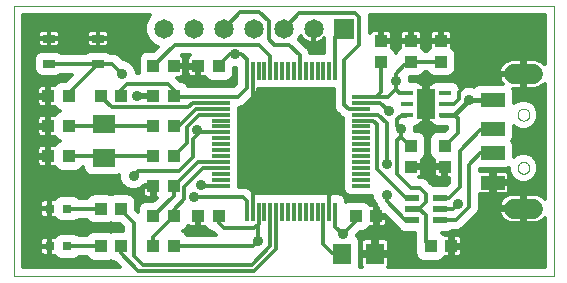
<source format=gtl>
G75*
%MOIN*%
%OFA0B0*%
%FSLAX25Y25*%
%IPPOS*%
%LPD*%
%AMOC8*
5,1,8,0,0,1.08239X$1,22.5*
%
%ADD10C,0.00000*%
%ADD11R,0.06299X0.01181*%
%ADD12R,0.01181X0.06299*%
%ADD13R,0.04331X0.01772*%
%ADD14R,0.06299X0.09843*%
%ADD15R,0.04252X0.04134*%
%ADD16R,0.06299X0.07087*%
%ADD17R,0.04134X0.04252*%
%ADD18R,0.03937X0.04331*%
%ADD19R,0.07480X0.05906*%
%ADD20R,0.04134X0.02559*%
%ADD21R,0.04724X0.02362*%
%ADD22R,0.06500X0.06500*%
%ADD23C,0.06500*%
%ADD24C,0.06600*%
%ADD25R,0.07874X0.04724*%
%ADD26R,0.03150X0.03150*%
%ADD27C,0.01200*%
%ADD28C,0.03562*%
%ADD29C,0.01600*%
D10*
X0024428Y0011800D02*
X0024428Y0101800D01*
X0204428Y0101800D01*
X0204428Y0011800D01*
X0024428Y0011800D01*
X0192459Y0047942D02*
X0192461Y0048030D01*
X0192467Y0048118D01*
X0192477Y0048206D01*
X0192491Y0048294D01*
X0192508Y0048380D01*
X0192530Y0048466D01*
X0192555Y0048550D01*
X0192585Y0048634D01*
X0192617Y0048716D01*
X0192654Y0048796D01*
X0192694Y0048875D01*
X0192738Y0048952D01*
X0192785Y0049027D01*
X0192835Y0049099D01*
X0192889Y0049170D01*
X0192945Y0049237D01*
X0193005Y0049303D01*
X0193067Y0049365D01*
X0193133Y0049425D01*
X0193200Y0049481D01*
X0193271Y0049535D01*
X0193343Y0049585D01*
X0193418Y0049632D01*
X0193495Y0049676D01*
X0193574Y0049716D01*
X0193654Y0049753D01*
X0193736Y0049785D01*
X0193820Y0049815D01*
X0193904Y0049840D01*
X0193990Y0049862D01*
X0194076Y0049879D01*
X0194164Y0049893D01*
X0194252Y0049903D01*
X0194340Y0049909D01*
X0194428Y0049911D01*
X0194516Y0049909D01*
X0194604Y0049903D01*
X0194692Y0049893D01*
X0194780Y0049879D01*
X0194866Y0049862D01*
X0194952Y0049840D01*
X0195036Y0049815D01*
X0195120Y0049785D01*
X0195202Y0049753D01*
X0195282Y0049716D01*
X0195361Y0049676D01*
X0195438Y0049632D01*
X0195513Y0049585D01*
X0195585Y0049535D01*
X0195656Y0049481D01*
X0195723Y0049425D01*
X0195789Y0049365D01*
X0195851Y0049303D01*
X0195911Y0049237D01*
X0195967Y0049170D01*
X0196021Y0049099D01*
X0196071Y0049027D01*
X0196118Y0048952D01*
X0196162Y0048875D01*
X0196202Y0048796D01*
X0196239Y0048716D01*
X0196271Y0048634D01*
X0196301Y0048550D01*
X0196326Y0048466D01*
X0196348Y0048380D01*
X0196365Y0048294D01*
X0196379Y0048206D01*
X0196389Y0048118D01*
X0196395Y0048030D01*
X0196397Y0047942D01*
X0196395Y0047854D01*
X0196389Y0047766D01*
X0196379Y0047678D01*
X0196365Y0047590D01*
X0196348Y0047504D01*
X0196326Y0047418D01*
X0196301Y0047334D01*
X0196271Y0047250D01*
X0196239Y0047168D01*
X0196202Y0047088D01*
X0196162Y0047009D01*
X0196118Y0046932D01*
X0196071Y0046857D01*
X0196021Y0046785D01*
X0195967Y0046714D01*
X0195911Y0046647D01*
X0195851Y0046581D01*
X0195789Y0046519D01*
X0195723Y0046459D01*
X0195656Y0046403D01*
X0195585Y0046349D01*
X0195513Y0046299D01*
X0195438Y0046252D01*
X0195361Y0046208D01*
X0195282Y0046168D01*
X0195202Y0046131D01*
X0195120Y0046099D01*
X0195036Y0046069D01*
X0194952Y0046044D01*
X0194866Y0046022D01*
X0194780Y0046005D01*
X0194692Y0045991D01*
X0194604Y0045981D01*
X0194516Y0045975D01*
X0194428Y0045973D01*
X0194340Y0045975D01*
X0194252Y0045981D01*
X0194164Y0045991D01*
X0194076Y0046005D01*
X0193990Y0046022D01*
X0193904Y0046044D01*
X0193820Y0046069D01*
X0193736Y0046099D01*
X0193654Y0046131D01*
X0193574Y0046168D01*
X0193495Y0046208D01*
X0193418Y0046252D01*
X0193343Y0046299D01*
X0193271Y0046349D01*
X0193200Y0046403D01*
X0193133Y0046459D01*
X0193067Y0046519D01*
X0193005Y0046581D01*
X0192945Y0046647D01*
X0192889Y0046714D01*
X0192835Y0046785D01*
X0192785Y0046857D01*
X0192738Y0046932D01*
X0192694Y0047009D01*
X0192654Y0047088D01*
X0192617Y0047168D01*
X0192585Y0047250D01*
X0192555Y0047334D01*
X0192530Y0047418D01*
X0192508Y0047504D01*
X0192491Y0047590D01*
X0192477Y0047678D01*
X0192467Y0047766D01*
X0192461Y0047854D01*
X0192459Y0047942D01*
X0192459Y0065658D02*
X0192461Y0065746D01*
X0192467Y0065834D01*
X0192477Y0065922D01*
X0192491Y0066010D01*
X0192508Y0066096D01*
X0192530Y0066182D01*
X0192555Y0066266D01*
X0192585Y0066350D01*
X0192617Y0066432D01*
X0192654Y0066512D01*
X0192694Y0066591D01*
X0192738Y0066668D01*
X0192785Y0066743D01*
X0192835Y0066815D01*
X0192889Y0066886D01*
X0192945Y0066953D01*
X0193005Y0067019D01*
X0193067Y0067081D01*
X0193133Y0067141D01*
X0193200Y0067197D01*
X0193271Y0067251D01*
X0193343Y0067301D01*
X0193418Y0067348D01*
X0193495Y0067392D01*
X0193574Y0067432D01*
X0193654Y0067469D01*
X0193736Y0067501D01*
X0193820Y0067531D01*
X0193904Y0067556D01*
X0193990Y0067578D01*
X0194076Y0067595D01*
X0194164Y0067609D01*
X0194252Y0067619D01*
X0194340Y0067625D01*
X0194428Y0067627D01*
X0194516Y0067625D01*
X0194604Y0067619D01*
X0194692Y0067609D01*
X0194780Y0067595D01*
X0194866Y0067578D01*
X0194952Y0067556D01*
X0195036Y0067531D01*
X0195120Y0067501D01*
X0195202Y0067469D01*
X0195282Y0067432D01*
X0195361Y0067392D01*
X0195438Y0067348D01*
X0195513Y0067301D01*
X0195585Y0067251D01*
X0195656Y0067197D01*
X0195723Y0067141D01*
X0195789Y0067081D01*
X0195851Y0067019D01*
X0195911Y0066953D01*
X0195967Y0066886D01*
X0196021Y0066815D01*
X0196071Y0066743D01*
X0196118Y0066668D01*
X0196162Y0066591D01*
X0196202Y0066512D01*
X0196239Y0066432D01*
X0196271Y0066350D01*
X0196301Y0066266D01*
X0196326Y0066182D01*
X0196348Y0066096D01*
X0196365Y0066010D01*
X0196379Y0065922D01*
X0196389Y0065834D01*
X0196395Y0065746D01*
X0196397Y0065658D01*
X0196395Y0065570D01*
X0196389Y0065482D01*
X0196379Y0065394D01*
X0196365Y0065306D01*
X0196348Y0065220D01*
X0196326Y0065134D01*
X0196301Y0065050D01*
X0196271Y0064966D01*
X0196239Y0064884D01*
X0196202Y0064804D01*
X0196162Y0064725D01*
X0196118Y0064648D01*
X0196071Y0064573D01*
X0196021Y0064501D01*
X0195967Y0064430D01*
X0195911Y0064363D01*
X0195851Y0064297D01*
X0195789Y0064235D01*
X0195723Y0064175D01*
X0195656Y0064119D01*
X0195585Y0064065D01*
X0195513Y0064015D01*
X0195438Y0063968D01*
X0195361Y0063924D01*
X0195282Y0063884D01*
X0195202Y0063847D01*
X0195120Y0063815D01*
X0195036Y0063785D01*
X0194952Y0063760D01*
X0194866Y0063738D01*
X0194780Y0063721D01*
X0194692Y0063707D01*
X0194604Y0063697D01*
X0194516Y0063691D01*
X0194428Y0063689D01*
X0194340Y0063691D01*
X0194252Y0063697D01*
X0194164Y0063707D01*
X0194076Y0063721D01*
X0193990Y0063738D01*
X0193904Y0063760D01*
X0193820Y0063785D01*
X0193736Y0063815D01*
X0193654Y0063847D01*
X0193574Y0063884D01*
X0193495Y0063924D01*
X0193418Y0063968D01*
X0193343Y0064015D01*
X0193271Y0064065D01*
X0193200Y0064119D01*
X0193133Y0064175D01*
X0193067Y0064235D01*
X0193005Y0064297D01*
X0192945Y0064363D01*
X0192889Y0064430D01*
X0192835Y0064501D01*
X0192785Y0064573D01*
X0192738Y0064648D01*
X0192694Y0064725D01*
X0192654Y0064804D01*
X0192617Y0064884D01*
X0192585Y0064966D01*
X0192555Y0065050D01*
X0192530Y0065134D01*
X0192508Y0065220D01*
X0192491Y0065306D01*
X0192477Y0065394D01*
X0192467Y0065482D01*
X0192461Y0065570D01*
X0192459Y0065658D01*
D11*
X0140354Y0065658D03*
X0140354Y0067627D03*
X0140354Y0069595D03*
X0140354Y0071564D03*
X0140354Y0063690D03*
X0140354Y0061721D03*
X0140354Y0059753D03*
X0140354Y0057784D03*
X0140354Y0055816D03*
X0140354Y0053847D03*
X0140354Y0051879D03*
X0140354Y0049910D03*
X0140354Y0047942D03*
X0140354Y0045973D03*
X0140354Y0044005D03*
X0140354Y0042036D03*
X0093503Y0042036D03*
X0093503Y0044005D03*
X0093503Y0045973D03*
X0093503Y0047942D03*
X0093503Y0049910D03*
X0093503Y0051879D03*
X0093503Y0053847D03*
X0093503Y0055816D03*
X0093503Y0057784D03*
X0093503Y0059753D03*
X0093503Y0061721D03*
X0093503Y0063690D03*
X0093503Y0065658D03*
X0093503Y0067627D03*
X0093503Y0069595D03*
X0093503Y0071564D03*
D12*
X0102165Y0080225D03*
X0104133Y0080225D03*
X0106102Y0080225D03*
X0108070Y0080225D03*
X0110039Y0080225D03*
X0112007Y0080225D03*
X0113976Y0080225D03*
X0115944Y0080225D03*
X0117913Y0080225D03*
X0119881Y0080225D03*
X0121850Y0080225D03*
X0123818Y0080225D03*
X0125787Y0080225D03*
X0127755Y0080225D03*
X0129724Y0080225D03*
X0131692Y0080225D03*
X0131692Y0033375D03*
X0129724Y0033375D03*
X0127755Y0033375D03*
X0125787Y0033375D03*
X0123818Y0033375D03*
X0121850Y0033375D03*
X0119881Y0033375D03*
X0117913Y0033375D03*
X0115944Y0033375D03*
X0113976Y0033375D03*
X0112007Y0033375D03*
X0110039Y0033375D03*
X0108070Y0033375D03*
X0106102Y0033375D03*
X0104133Y0033375D03*
X0102165Y0033375D03*
D13*
X0155629Y0065560D03*
X0155629Y0069300D03*
X0155629Y0073040D03*
X0168228Y0073040D03*
X0168228Y0069300D03*
X0168228Y0065560D03*
D14*
X0161928Y0069300D03*
D15*
X0156928Y0055245D03*
X0168178Y0055245D03*
X0168178Y0048355D03*
X0156928Y0048355D03*
X0156928Y0083355D03*
X0166928Y0083355D03*
X0166928Y0090245D03*
X0156928Y0090245D03*
X0146928Y0090245D03*
X0146928Y0083355D03*
D16*
X0144940Y0019300D03*
X0133917Y0019300D03*
D17*
X0138484Y0031800D03*
X0145373Y0031800D03*
X0163484Y0021800D03*
X0170373Y0021800D03*
X0092873Y0031800D03*
X0085984Y0031800D03*
X0077873Y0031800D03*
X0070984Y0031800D03*
X0042873Y0051800D03*
X0035984Y0051800D03*
X0035984Y0061800D03*
X0042873Y0061800D03*
X0042873Y0071800D03*
X0035984Y0071800D03*
X0070984Y0071800D03*
X0077873Y0071800D03*
X0085984Y0081800D03*
X0092873Y0081800D03*
D18*
X0077775Y0081800D03*
X0071082Y0081800D03*
X0060275Y0071800D03*
X0053582Y0071800D03*
X0071082Y0061800D03*
X0077775Y0061800D03*
X0077775Y0051800D03*
X0071082Y0051800D03*
X0071082Y0041800D03*
X0077775Y0041800D03*
X0060275Y0034300D03*
X0053582Y0034300D03*
X0053582Y0021800D03*
X0060275Y0021800D03*
X0071082Y0021800D03*
X0077775Y0021800D03*
D19*
X0054428Y0051091D03*
X0054428Y0062509D03*
D20*
X0052598Y0082568D03*
X0036259Y0082568D03*
X0036259Y0091032D03*
X0052598Y0091032D03*
D21*
X0157401Y0038040D03*
X0157401Y0034300D03*
X0157401Y0030560D03*
X0166456Y0030560D03*
X0166456Y0034300D03*
X0166456Y0038040D03*
D22*
X0134428Y0094300D03*
D23*
X0124428Y0094300D03*
X0114428Y0094300D03*
X0104428Y0094300D03*
X0094428Y0094300D03*
X0084428Y0094300D03*
X0074428Y0094300D03*
D24*
X0191128Y0079241D02*
X0197728Y0079241D01*
X0197728Y0034359D02*
X0191128Y0034359D01*
D25*
X0184192Y0043020D03*
X0184192Y0052863D03*
X0184192Y0060737D03*
X0184192Y0070580D03*
D26*
X0042381Y0034300D03*
X0036476Y0034300D03*
X0036476Y0021800D03*
X0042381Y0021800D03*
D27*
X0053582Y0021800D01*
X0060275Y0021800D02*
X0060275Y0019391D01*
X0065991Y0013675D01*
X0104741Y0013675D01*
X0112007Y0020941D01*
X0112007Y0033375D01*
X0110039Y0033375D02*
X0110053Y0034147D01*
X0110053Y0021800D01*
X0103803Y0015550D01*
X0067553Y0015550D01*
X0064428Y0018675D01*
X0064428Y0029612D01*
X0060275Y0033766D01*
X0060275Y0034300D01*
X0065243Y0034572D02*
X0065937Y0034572D01*
X0065917Y0034523D02*
X0065917Y0033215D01*
X0065243Y0033889D01*
X0065243Y0037062D01*
X0064787Y0038165D01*
X0063943Y0039009D01*
X0062840Y0039465D01*
X0057710Y0039465D01*
X0056928Y0039142D01*
X0056147Y0039465D01*
X0051017Y0039465D01*
X0049914Y0039009D01*
X0049070Y0038165D01*
X0048961Y0037900D01*
X0046173Y0037900D01*
X0045655Y0038418D01*
X0044553Y0038875D01*
X0040210Y0038875D01*
X0039107Y0038418D01*
X0038263Y0037574D01*
X0038222Y0037475D01*
X0036663Y0037475D01*
X0036663Y0034487D01*
X0036288Y0034487D01*
X0036288Y0034113D01*
X0033301Y0034113D01*
X0033301Y0032515D01*
X0033410Y0032108D01*
X0033621Y0031743D01*
X0033918Y0031445D01*
X0034283Y0031234D01*
X0034690Y0031125D01*
X0036288Y0031125D01*
X0036288Y0034113D01*
X0036663Y0034113D01*
X0036663Y0031125D01*
X0038222Y0031125D01*
X0038263Y0031026D01*
X0039107Y0030182D01*
X0040210Y0029725D01*
X0044553Y0029725D01*
X0045655Y0030182D01*
X0046173Y0030700D01*
X0048961Y0030700D01*
X0049070Y0030435D01*
X0049914Y0029591D01*
X0051017Y0029135D01*
X0056147Y0029135D01*
X0056928Y0029458D01*
X0057710Y0029135D01*
X0059815Y0029135D01*
X0060828Y0028121D01*
X0060828Y0026965D01*
X0057710Y0026965D01*
X0056928Y0026642D01*
X0056147Y0026965D01*
X0051017Y0026965D01*
X0049914Y0026509D01*
X0049070Y0025665D01*
X0048961Y0025400D01*
X0046173Y0025400D01*
X0045655Y0025918D01*
X0044553Y0026375D01*
X0040210Y0026375D01*
X0039107Y0025918D01*
X0038263Y0025074D01*
X0038222Y0024975D01*
X0036663Y0024975D01*
X0036663Y0021987D01*
X0036288Y0021987D01*
X0036288Y0021613D01*
X0033301Y0021613D01*
X0033301Y0020015D01*
X0033410Y0019608D01*
X0033621Y0019243D01*
X0033918Y0018945D01*
X0034283Y0018734D01*
X0034690Y0018625D01*
X0036288Y0018625D01*
X0036288Y0021613D01*
X0036663Y0021613D01*
X0036663Y0018625D01*
X0038222Y0018625D01*
X0038263Y0018526D01*
X0039107Y0017682D01*
X0040210Y0017225D01*
X0044553Y0017225D01*
X0045655Y0017682D01*
X0046173Y0018200D01*
X0048961Y0018200D01*
X0049070Y0017935D01*
X0049914Y0017091D01*
X0051017Y0016635D01*
X0056147Y0016635D01*
X0056928Y0016958D01*
X0057710Y0016635D01*
X0057940Y0016635D01*
X0059775Y0014800D01*
X0027428Y0014800D01*
X0027428Y0098800D01*
X0070090Y0098800D01*
X0069130Y0097840D01*
X0068178Y0095543D01*
X0068178Y0093057D01*
X0069130Y0090760D01*
X0070888Y0089002D01*
X0072517Y0088327D01*
X0071156Y0086965D01*
X0068517Y0086965D01*
X0067414Y0086509D01*
X0066570Y0085665D01*
X0066114Y0084562D01*
X0066114Y0079462D01*
X0065460Y0079462D01*
X0065460Y0080251D01*
X0064732Y0082008D01*
X0063387Y0083353D01*
X0061629Y0084081D01*
X0060989Y0084081D01*
X0060463Y0084607D01*
X0059450Y0085620D01*
X0058127Y0086168D01*
X0056587Y0086168D01*
X0056364Y0086391D01*
X0055261Y0086847D01*
X0049934Y0086847D01*
X0048831Y0086391D01*
X0048609Y0086168D01*
X0040248Y0086168D01*
X0040025Y0086391D01*
X0038923Y0086847D01*
X0033595Y0086847D01*
X0032493Y0086391D01*
X0031649Y0085547D01*
X0031192Y0084444D01*
X0031192Y0080691D01*
X0031649Y0079589D01*
X0032493Y0078745D01*
X0033595Y0078288D01*
X0038923Y0078288D01*
X0040025Y0078745D01*
X0040248Y0078968D01*
X0043907Y0078968D01*
X0041865Y0076926D01*
X0040210Y0076926D01*
X0039107Y0076469D01*
X0038263Y0075625D01*
X0038222Y0075526D01*
X0036417Y0075526D01*
X0036417Y0072234D01*
X0035550Y0072234D01*
X0035550Y0075526D01*
X0033706Y0075526D01*
X0033299Y0075417D01*
X0032934Y0075206D01*
X0032636Y0074908D01*
X0032426Y0074544D01*
X0032317Y0074137D01*
X0032317Y0072233D01*
X0035550Y0072233D01*
X0035550Y0071367D01*
X0032317Y0071367D01*
X0032317Y0069463D01*
X0032426Y0069056D01*
X0032636Y0068692D01*
X0032934Y0068394D01*
X0033299Y0068183D01*
X0033706Y0068074D01*
X0035550Y0068074D01*
X0035550Y0071366D01*
X0036417Y0071366D01*
X0036417Y0068074D01*
X0038222Y0068074D01*
X0038263Y0067975D01*
X0039107Y0067131D01*
X0039906Y0066800D01*
X0039107Y0066469D01*
X0038263Y0065625D01*
X0038222Y0065526D01*
X0036417Y0065526D01*
X0036417Y0062234D01*
X0035550Y0062234D01*
X0035550Y0065526D01*
X0033706Y0065526D01*
X0033299Y0065417D01*
X0032934Y0065206D01*
X0032636Y0064908D01*
X0032426Y0064544D01*
X0032317Y0064137D01*
X0032317Y0062233D01*
X0035550Y0062233D01*
X0035550Y0061367D01*
X0032317Y0061367D01*
X0032317Y0059463D01*
X0032426Y0059056D01*
X0032636Y0058692D01*
X0032934Y0058394D01*
X0033299Y0058183D01*
X0033706Y0058074D01*
X0035550Y0058074D01*
X0035550Y0061366D01*
X0036417Y0061366D01*
X0036417Y0058074D01*
X0038222Y0058074D01*
X0038263Y0057975D01*
X0039107Y0057131D01*
X0039906Y0056800D01*
X0039107Y0056469D01*
X0038263Y0055625D01*
X0038222Y0055526D01*
X0036417Y0055526D01*
X0036417Y0052234D01*
X0035550Y0052234D01*
X0035550Y0055526D01*
X0033706Y0055526D01*
X0033299Y0055417D01*
X0032934Y0055206D01*
X0032636Y0054908D01*
X0032426Y0054544D01*
X0032317Y0054137D01*
X0032317Y0052233D01*
X0035550Y0052233D01*
X0035550Y0051367D01*
X0032317Y0051367D01*
X0032317Y0049463D01*
X0032426Y0049056D01*
X0032636Y0048692D01*
X0032934Y0048394D01*
X0033299Y0048183D01*
X0033706Y0048074D01*
X0035550Y0048074D01*
X0035550Y0051366D01*
X0036417Y0051366D01*
X0036417Y0048074D01*
X0038222Y0048074D01*
X0038263Y0047975D01*
X0039107Y0047131D01*
X0040210Y0046674D01*
X0045537Y0046674D01*
X0046640Y0047131D01*
X0047484Y0047975D01*
X0047577Y0048200D01*
X0047688Y0048200D01*
X0047688Y0047542D01*
X0048145Y0046439D01*
X0048989Y0045595D01*
X0050092Y0045139D01*
X0058765Y0045139D01*
X0059647Y0045504D01*
X0059647Y0044286D01*
X0060375Y0042529D01*
X0061720Y0041184D01*
X0063477Y0040456D01*
X0065379Y0040456D01*
X0067137Y0041184D01*
X0068137Y0042184D01*
X0070698Y0042184D01*
X0070698Y0041416D01*
X0071466Y0041416D01*
X0071466Y0038035D01*
X0072127Y0038035D01*
X0071018Y0036926D01*
X0068320Y0036926D01*
X0067217Y0036469D01*
X0066373Y0035625D01*
X0065917Y0034523D01*
X0065917Y0033373D02*
X0065759Y0033373D01*
X0065243Y0035770D02*
X0066518Y0035770D01*
X0065243Y0036969D02*
X0071061Y0036969D01*
X0070698Y0038035D02*
X0070698Y0041416D01*
X0067514Y0041416D01*
X0067514Y0039424D01*
X0067623Y0039017D01*
X0067833Y0038652D01*
X0068131Y0038354D01*
X0068496Y0038144D01*
X0068903Y0038035D01*
X0070698Y0038035D01*
X0070698Y0038167D02*
X0071466Y0038167D01*
X0071466Y0039366D02*
X0070698Y0039366D01*
X0070698Y0040564D02*
X0071466Y0040564D01*
X0070698Y0041763D02*
X0067715Y0041763D01*
X0067514Y0040564D02*
X0065640Y0040564D01*
X0067529Y0039366D02*
X0063081Y0039366D01*
X0063217Y0040564D02*
X0027428Y0040564D01*
X0027428Y0039366D02*
X0050776Y0039366D01*
X0049073Y0038167D02*
X0045906Y0038167D01*
X0042381Y0034300D02*
X0053582Y0034300D01*
X0056388Y0039366D02*
X0057469Y0039366D01*
X0061142Y0041763D02*
X0027428Y0041763D01*
X0027428Y0042961D02*
X0060196Y0042961D01*
X0059700Y0044160D02*
X0027428Y0044160D01*
X0027428Y0045358D02*
X0049561Y0045358D01*
X0048096Y0046557D02*
X0027428Y0046557D01*
X0027428Y0047755D02*
X0038482Y0047755D01*
X0036417Y0048954D02*
X0035550Y0048954D01*
X0035550Y0050152D02*
X0036417Y0050152D01*
X0036417Y0051351D02*
X0035550Y0051351D01*
X0035550Y0052549D02*
X0036417Y0052549D01*
X0036417Y0053748D02*
X0035550Y0053748D01*
X0035550Y0054946D02*
X0036417Y0054946D01*
X0038783Y0056145D02*
X0027428Y0056145D01*
X0027428Y0057343D02*
X0038894Y0057343D01*
X0036417Y0058542D02*
X0035550Y0058542D01*
X0035550Y0059740D02*
X0036417Y0059740D01*
X0036417Y0060939D02*
X0035550Y0060939D01*
X0035550Y0062137D02*
X0027428Y0062137D01*
X0027428Y0060939D02*
X0032317Y0060939D01*
X0032317Y0059740D02*
X0027428Y0059740D01*
X0027428Y0058542D02*
X0032786Y0058542D01*
X0032674Y0054946D02*
X0027428Y0054946D01*
X0027428Y0053748D02*
X0032317Y0053748D01*
X0032317Y0052549D02*
X0027428Y0052549D01*
X0027428Y0051351D02*
X0032317Y0051351D01*
X0032317Y0050152D02*
X0027428Y0050152D01*
X0027428Y0048954D02*
X0032485Y0048954D01*
X0042873Y0051800D02*
X0054350Y0051800D01*
X0054428Y0051091D01*
X0055137Y0051800D01*
X0071082Y0051800D01*
X0077775Y0051800D02*
X0082241Y0056266D01*
X0082241Y0061487D01*
X0086412Y0065658D01*
X0093503Y0065658D01*
X0093503Y0067627D02*
X0085255Y0067627D01*
X0079428Y0061800D01*
X0077775Y0061800D01*
X0071082Y0061800D02*
X0055137Y0061800D01*
X0054428Y0062509D01*
X0054350Y0061800D01*
X0042873Y0061800D01*
X0036417Y0063336D02*
X0035550Y0063336D01*
X0035550Y0064534D02*
X0036417Y0064534D01*
X0038371Y0065733D02*
X0027428Y0065733D01*
X0027428Y0064534D02*
X0032423Y0064534D01*
X0032317Y0063336D02*
X0027428Y0063336D01*
X0027428Y0066932D02*
X0039588Y0066932D01*
X0036417Y0068130D02*
X0035550Y0068130D01*
X0035550Y0069329D02*
X0036417Y0069329D01*
X0036417Y0070527D02*
X0035550Y0070527D01*
X0035550Y0071726D02*
X0027428Y0071726D01*
X0027428Y0072924D02*
X0032317Y0072924D01*
X0032317Y0074123D02*
X0027428Y0074123D01*
X0027428Y0075321D02*
X0033133Y0075321D01*
X0035550Y0075321D02*
X0036417Y0075321D01*
X0036417Y0074123D02*
X0035550Y0074123D01*
X0035550Y0072924D02*
X0036417Y0072924D01*
X0032317Y0070527D02*
X0027428Y0070527D01*
X0027428Y0069329D02*
X0032353Y0069329D01*
X0033497Y0068130D02*
X0027428Y0068130D01*
X0042873Y0071800D02*
X0042873Y0072843D01*
X0052598Y0082568D01*
X0057411Y0082568D01*
X0060678Y0079300D01*
X0062241Y0075863D02*
X0075991Y0075863D01*
X0077866Y0073988D01*
X0077866Y0071807D01*
X0077873Y0071800D01*
X0078110Y0071564D01*
X0093503Y0071564D01*
X0099192Y0071564D01*
X0102165Y0074536D01*
X0102165Y0080225D01*
X0102165Y0084064D01*
X0100413Y0085816D01*
X0098444Y0085816D01*
X0098397Y0085863D01*
X0096616Y0085863D01*
X0092873Y0082120D01*
X0092873Y0081800D01*
X0097940Y0081081D02*
X0098565Y0081081D01*
X0098565Y0076027D01*
X0097701Y0075164D01*
X0082675Y0075164D01*
X0082484Y0075625D01*
X0081640Y0076469D01*
X0080537Y0076926D01*
X0080019Y0076926D01*
X0079905Y0077039D01*
X0078910Y0078035D01*
X0079954Y0078035D01*
X0080361Y0078144D01*
X0080726Y0078354D01*
X0081024Y0078652D01*
X0081234Y0079017D01*
X0081343Y0079424D01*
X0081343Y0081416D01*
X0078159Y0081416D01*
X0078159Y0082184D01*
X0081343Y0082184D01*
X0081343Y0084176D01*
X0081234Y0084583D01*
X0081024Y0084948D01*
X0080726Y0085246D01*
X0080480Y0085388D01*
X0083248Y0085388D01*
X0082934Y0085206D01*
X0082636Y0084908D01*
X0082426Y0084544D01*
X0082317Y0084137D01*
X0082317Y0082233D01*
X0085550Y0082233D01*
X0085550Y0081367D01*
X0082317Y0081367D01*
X0082317Y0079463D01*
X0082426Y0079056D01*
X0082636Y0078692D01*
X0082934Y0078394D01*
X0083299Y0078183D01*
X0083706Y0078074D01*
X0085550Y0078074D01*
X0085550Y0081366D01*
X0086417Y0081366D01*
X0086417Y0078074D01*
X0088222Y0078074D01*
X0088263Y0077975D01*
X0089107Y0077131D01*
X0090210Y0076674D01*
X0095537Y0076674D01*
X0096640Y0077131D01*
X0097484Y0077975D01*
X0097940Y0079077D01*
X0097940Y0081081D01*
X0097940Y0080115D02*
X0098565Y0080115D01*
X0098565Y0078917D02*
X0097874Y0078917D01*
X0097227Y0077718D02*
X0098565Y0077718D01*
X0098565Y0076520D02*
X0081518Y0076520D01*
X0082610Y0075321D02*
X0097858Y0075321D01*
X0104204Y0071484D02*
X0104204Y0071484D01*
X0105217Y0072497D01*
X0105765Y0073820D01*
X0105765Y0074076D01*
X0131141Y0074076D01*
X0131141Y0068271D01*
X0131689Y0066948D01*
X0132702Y0065936D01*
X0134062Y0064575D01*
X0134204Y0064516D01*
X0134204Y0040849D01*
X0134661Y0039746D01*
X0135505Y0038902D01*
X0136607Y0038446D01*
X0144022Y0038446D01*
X0144022Y0038036D01*
X0144750Y0036279D01*
X0145386Y0035644D01*
X0145752Y0034761D01*
X0145807Y0034705D01*
X0145807Y0032234D01*
X0144940Y0032234D01*
X0144940Y0035526D01*
X0143135Y0035526D01*
X0143094Y0035625D01*
X0142250Y0036469D01*
X0141147Y0036926D01*
X0135820Y0036926D01*
X0135283Y0036703D01*
X0135283Y0037121D01*
X0134826Y0038224D01*
X0133982Y0039068D01*
X0132880Y0039524D01*
X0130505Y0039524D01*
X0129724Y0039201D01*
X0128943Y0039524D01*
X0104914Y0039524D01*
X0104698Y0039435D01*
X0104043Y0040089D01*
X0104043Y0040089D01*
X0103030Y0041102D01*
X0101707Y0041650D01*
X0099653Y0041650D01*
X0099653Y0067964D01*
X0099908Y0067964D01*
X0101231Y0068512D01*
X0104204Y0071484D01*
X0104445Y0071726D02*
X0131141Y0071726D01*
X0131141Y0072924D02*
X0105394Y0072924D01*
X0103247Y0070527D02*
X0131141Y0070527D01*
X0131141Y0069329D02*
X0102048Y0069329D01*
X0104133Y0069595D02*
X0106928Y0066800D01*
X0104133Y0069595D02*
X0104133Y0080225D01*
X0110039Y0080225D02*
X0110039Y0085252D01*
X0106303Y0088987D01*
X0078270Y0088987D01*
X0071082Y0081800D01*
X0066114Y0081314D02*
X0065019Y0081314D01*
X0065460Y0080115D02*
X0066114Y0080115D01*
X0066114Y0082512D02*
X0064228Y0082512D01*
X0062524Y0083711D02*
X0066114Y0083711D01*
X0066257Y0084909D02*
X0060160Y0084909D01*
X0060463Y0084607D02*
X0060463Y0084607D01*
X0058272Y0086108D02*
X0067013Y0086108D01*
X0071497Y0087306D02*
X0027428Y0087306D01*
X0027428Y0086108D02*
X0032210Y0086108D01*
X0031385Y0084909D02*
X0027428Y0084909D01*
X0027428Y0083711D02*
X0031192Y0083711D01*
X0031192Y0082512D02*
X0027428Y0082512D01*
X0027428Y0081314D02*
X0031192Y0081314D01*
X0031431Y0080115D02*
X0027428Y0080115D01*
X0027428Y0078917D02*
X0032321Y0078917D01*
X0027428Y0077718D02*
X0042657Y0077718D01*
X0043856Y0078917D02*
X0040197Y0078917D01*
X0039229Y0076520D02*
X0027428Y0076520D01*
X0036259Y0082568D02*
X0052598Y0082568D01*
X0052558Y0088153D02*
X0050320Y0088153D01*
X0049913Y0088262D01*
X0049548Y0088472D01*
X0049251Y0088770D01*
X0049040Y0089135D01*
X0048931Y0089542D01*
X0048931Y0090992D01*
X0052558Y0090992D01*
X0052638Y0090992D01*
X0052638Y0091072D01*
X0056265Y0091072D01*
X0056265Y0092522D01*
X0056156Y0092929D01*
X0055945Y0093294D01*
X0055647Y0093592D01*
X0055282Y0093803D01*
X0054875Y0093912D01*
X0052638Y0093912D01*
X0052638Y0091072D01*
X0052558Y0091072D01*
X0052558Y0090992D01*
X0052558Y0088153D01*
X0052638Y0088153D02*
X0054875Y0088153D01*
X0055282Y0088262D01*
X0055647Y0088472D01*
X0055945Y0088770D01*
X0056156Y0089135D01*
X0056265Y0089542D01*
X0056265Y0090992D01*
X0052638Y0090992D01*
X0052638Y0088153D01*
X0052638Y0088505D02*
X0052558Y0088505D01*
X0052558Y0089703D02*
X0052638Y0089703D01*
X0052638Y0090902D02*
X0052558Y0090902D01*
X0052558Y0091072D02*
X0048931Y0091072D01*
X0048931Y0092522D01*
X0049040Y0092929D01*
X0049251Y0093294D01*
X0049548Y0093592D01*
X0049913Y0093803D01*
X0050320Y0093912D01*
X0052558Y0093912D01*
X0052558Y0091072D01*
X0052558Y0092100D02*
X0052638Y0092100D01*
X0052638Y0093299D02*
X0052558Y0093299D01*
X0049255Y0093299D02*
X0039602Y0093299D01*
X0039606Y0093294D02*
X0039309Y0093592D01*
X0038944Y0093803D01*
X0038537Y0093912D01*
X0036299Y0093912D01*
X0036299Y0091072D01*
X0039926Y0091072D01*
X0039926Y0092522D01*
X0039817Y0092929D01*
X0039606Y0093294D01*
X0039926Y0092100D02*
X0048931Y0092100D01*
X0048931Y0090902D02*
X0039926Y0090902D01*
X0039926Y0090992D02*
X0036299Y0090992D01*
X0036299Y0088153D01*
X0038537Y0088153D01*
X0038944Y0088262D01*
X0039309Y0088472D01*
X0039606Y0088770D01*
X0039817Y0089135D01*
X0039926Y0089542D01*
X0039926Y0090992D01*
X0039926Y0089703D02*
X0048931Y0089703D01*
X0049516Y0088505D02*
X0039341Y0088505D01*
X0036299Y0088505D02*
X0036219Y0088505D01*
X0036219Y0088153D02*
X0033982Y0088153D01*
X0033575Y0088262D01*
X0033210Y0088472D01*
X0032912Y0088770D01*
X0032701Y0089135D01*
X0032592Y0089542D01*
X0032592Y0090992D01*
X0036219Y0090992D01*
X0036299Y0090992D01*
X0036299Y0091072D01*
X0036219Y0091072D01*
X0036219Y0090992D01*
X0036219Y0088153D01*
X0033178Y0088505D02*
X0027428Y0088505D01*
X0027428Y0089703D02*
X0032592Y0089703D01*
X0032592Y0090902D02*
X0027428Y0090902D01*
X0027428Y0092100D02*
X0032592Y0092100D01*
X0032592Y0092522D02*
X0032592Y0091072D01*
X0036219Y0091072D01*
X0036219Y0093912D01*
X0033982Y0093912D01*
X0033575Y0093803D01*
X0033210Y0093592D01*
X0032912Y0093294D01*
X0032701Y0092929D01*
X0032592Y0092522D01*
X0032916Y0093299D02*
X0027428Y0093299D01*
X0027428Y0094497D02*
X0068178Y0094497D01*
X0068178Y0093299D02*
X0055940Y0093299D01*
X0056265Y0092100D02*
X0068575Y0092100D01*
X0069071Y0090902D02*
X0056265Y0090902D01*
X0056265Y0089703D02*
X0070186Y0089703D01*
X0072087Y0088505D02*
X0055679Y0088505D01*
X0068242Y0095696D02*
X0027428Y0095696D01*
X0027428Y0096894D02*
X0068738Y0096894D01*
X0069382Y0098093D02*
X0027428Y0098093D01*
X0036219Y0093299D02*
X0036299Y0093299D01*
X0036299Y0092100D02*
X0036219Y0092100D01*
X0036219Y0090902D02*
X0036299Y0090902D01*
X0036299Y0089703D02*
X0036219Y0089703D01*
X0060275Y0073896D02*
X0062241Y0075863D01*
X0060275Y0073896D02*
X0060275Y0071800D01*
X0057241Y0068050D02*
X0053582Y0071709D01*
X0053582Y0071800D01*
X0057241Y0068050D02*
X0082553Y0068050D01*
X0084099Y0069595D01*
X0093503Y0069595D01*
X0099653Y0066932D02*
X0131706Y0066932D01*
X0131200Y0068130D02*
X0100310Y0068130D01*
X0099653Y0065733D02*
X0132904Y0065733D01*
X0134160Y0064534D02*
X0099653Y0064534D01*
X0099653Y0063336D02*
X0134204Y0063336D01*
X0134204Y0062137D02*
X0099653Y0062137D01*
X0099653Y0060939D02*
X0134204Y0060939D01*
X0134204Y0059740D02*
X0099653Y0059740D01*
X0099653Y0058542D02*
X0134204Y0058542D01*
X0134204Y0057343D02*
X0099653Y0057343D01*
X0099653Y0056145D02*
X0134204Y0056145D01*
X0134204Y0054946D02*
X0099653Y0054946D01*
X0099653Y0053748D02*
X0134204Y0053748D01*
X0134204Y0052549D02*
X0099653Y0052549D01*
X0099653Y0051351D02*
X0134204Y0051351D01*
X0134204Y0050152D02*
X0099653Y0050152D01*
X0099653Y0048954D02*
X0134204Y0048954D01*
X0134204Y0047755D02*
X0099653Y0047755D01*
X0099653Y0046557D02*
X0134204Y0046557D01*
X0134204Y0045358D02*
X0099653Y0045358D01*
X0099653Y0044160D02*
X0134204Y0044160D01*
X0134204Y0042961D02*
X0099653Y0042961D01*
X0099653Y0041763D02*
X0134204Y0041763D01*
X0134322Y0040564D02*
X0103568Y0040564D01*
X0104133Y0044005D02*
X0106928Y0046800D01*
X0104133Y0044005D02*
X0104133Y0033375D01*
X0102165Y0033375D02*
X0102165Y0036876D01*
X0100991Y0038050D01*
X0084428Y0038050D01*
X0081303Y0037425D02*
X0077866Y0033988D01*
X0077866Y0031807D01*
X0077873Y0031800D01*
X0071082Y0025009D01*
X0071082Y0021800D01*
X0077775Y0021800D02*
X0104116Y0021800D01*
X0105991Y0023675D01*
X0105991Y0028987D01*
X0106102Y0029098D01*
X0106102Y0033375D01*
X0105991Y0028987D02*
X0104741Y0027737D01*
X0094741Y0027737D01*
X0092873Y0029605D01*
X0092873Y0031800D01*
X0088222Y0028074D02*
X0086417Y0028074D01*
X0086417Y0031366D01*
X0085550Y0031366D01*
X0085550Y0028074D01*
X0083706Y0028074D01*
X0083299Y0028183D01*
X0082934Y0028394D01*
X0082738Y0028590D01*
X0082484Y0027975D01*
X0081640Y0027131D01*
X0080790Y0026779D01*
X0081443Y0026509D01*
X0082287Y0025665D01*
X0082396Y0025400D01*
X0091987Y0025400D01*
X0091689Y0025698D01*
X0090713Y0026674D01*
X0090210Y0026674D01*
X0089107Y0027131D01*
X0088263Y0027975D01*
X0088222Y0028074D01*
X0088857Y0027381D02*
X0081890Y0027381D01*
X0081769Y0026182D02*
X0091205Y0026182D01*
X0086417Y0028579D02*
X0085550Y0028579D01*
X0085550Y0029778D02*
X0086417Y0029778D01*
X0086417Y0030976D02*
X0085550Y0030976D01*
X0082749Y0028579D02*
X0082734Y0028579D01*
X0077775Y0038591D02*
X0070984Y0031800D01*
X0060828Y0027381D02*
X0027428Y0027381D01*
X0027428Y0028579D02*
X0060371Y0028579D01*
X0049728Y0029778D02*
X0044679Y0029778D01*
X0040083Y0029778D02*
X0027428Y0029778D01*
X0027428Y0030976D02*
X0038313Y0030976D01*
X0036663Y0032175D02*
X0036288Y0032175D01*
X0036288Y0033373D02*
X0036663Y0033373D01*
X0036288Y0034487D02*
X0033301Y0034487D01*
X0033301Y0036085D01*
X0033410Y0036492D01*
X0033621Y0036857D01*
X0033918Y0037155D01*
X0034283Y0037366D01*
X0034690Y0037475D01*
X0036288Y0037475D01*
X0036288Y0034487D01*
X0036288Y0034572D02*
X0036663Y0034572D01*
X0036663Y0035770D02*
X0036288Y0035770D01*
X0036288Y0036969D02*
X0036663Y0036969D01*
X0038856Y0038167D02*
X0027428Y0038167D01*
X0027428Y0036969D02*
X0033732Y0036969D01*
X0033301Y0035770D02*
X0027428Y0035770D01*
X0027428Y0034572D02*
X0033301Y0034572D01*
X0033301Y0033373D02*
X0027428Y0033373D01*
X0027428Y0032175D02*
X0033392Y0032175D01*
X0027428Y0026182D02*
X0039745Y0026182D01*
X0038226Y0024984D02*
X0027428Y0024984D01*
X0027428Y0023785D02*
X0033354Y0023785D01*
X0033301Y0023585D02*
X0033301Y0021987D01*
X0036288Y0021987D01*
X0036288Y0024975D01*
X0034690Y0024975D01*
X0034283Y0024866D01*
X0033918Y0024655D01*
X0033621Y0024357D01*
X0033410Y0023992D01*
X0033301Y0023585D01*
X0033301Y0022587D02*
X0027428Y0022587D01*
X0027428Y0021388D02*
X0033301Y0021388D01*
X0033301Y0020190D02*
X0027428Y0020190D01*
X0027428Y0018991D02*
X0033872Y0018991D01*
X0036288Y0018991D02*
X0036663Y0018991D01*
X0036663Y0020190D02*
X0036288Y0020190D01*
X0036288Y0021388D02*
X0036663Y0021388D01*
X0036663Y0022587D02*
X0036288Y0022587D01*
X0036288Y0023785D02*
X0036663Y0023785D01*
X0045018Y0026182D02*
X0049588Y0026182D01*
X0049213Y0017793D02*
X0045766Y0017793D01*
X0038996Y0017793D02*
X0027428Y0017793D01*
X0027428Y0016594D02*
X0057981Y0016594D01*
X0059179Y0015396D02*
X0027428Y0015396D01*
X0064784Y0038167D02*
X0068455Y0038167D01*
X0077775Y0038591D02*
X0077775Y0041800D01*
X0085885Y0049910D01*
X0093503Y0049910D01*
X0093503Y0047942D02*
X0087758Y0047942D01*
X0081303Y0041488D01*
X0081303Y0037425D01*
X0086928Y0042113D02*
X0087005Y0042036D01*
X0093503Y0042036D01*
X0084116Y0051487D02*
X0079428Y0046800D01*
X0065991Y0046800D01*
X0064428Y0045237D01*
X0059647Y0045358D02*
X0059296Y0045358D01*
X0047688Y0047755D02*
X0047264Y0047755D01*
X0084116Y0051487D02*
X0084116Y0057425D01*
X0086444Y0059753D01*
X0086444Y0059785D01*
X0085678Y0060550D01*
X0086444Y0059753D02*
X0093503Y0059753D01*
X0070550Y0071650D02*
X0065243Y0071650D01*
X0065243Y0072263D01*
X0067317Y0072263D01*
X0067317Y0072233D01*
X0070550Y0072233D01*
X0070550Y0071650D01*
X0070550Y0071726D02*
X0065243Y0071726D01*
X0079227Y0077718D02*
X0088520Y0077718D01*
X0086417Y0078917D02*
X0085550Y0078917D01*
X0085550Y0080115D02*
X0086417Y0080115D01*
X0086417Y0081314D02*
X0085550Y0081314D01*
X0082317Y0081314D02*
X0081343Y0081314D01*
X0081343Y0082512D02*
X0082317Y0082512D01*
X0082317Y0083711D02*
X0081343Y0083711D01*
X0081046Y0084909D02*
X0082637Y0084909D01*
X0082317Y0080115D02*
X0081343Y0080115D01*
X0081176Y0078917D02*
X0082506Y0078917D01*
X0109428Y0090862D02*
X0109428Y0096800D01*
X0106303Y0099925D01*
X0100053Y0099925D01*
X0094428Y0094300D01*
X0109428Y0090862D02*
X0111303Y0088987D01*
X0116303Y0088987D01*
X0119881Y0085410D01*
X0119881Y0080225D01*
X0131692Y0080225D02*
X0131692Y0091564D01*
X0134428Y0094300D01*
X0128092Y0091105D02*
X0128092Y0086375D01*
X0123378Y0086375D01*
X0122933Y0087449D01*
X0119675Y0090707D01*
X0119727Y0090760D01*
X0120203Y0091909D01*
X0120280Y0091758D01*
X0120729Y0091140D01*
X0121269Y0090601D01*
X0121887Y0090152D01*
X0122567Y0089805D01*
X0123293Y0089569D01*
X0124047Y0089450D01*
X0124153Y0089450D01*
X0124153Y0094025D01*
X0124703Y0094025D01*
X0124703Y0089450D01*
X0124810Y0089450D01*
X0125564Y0089569D01*
X0126290Y0089805D01*
X0126970Y0090152D01*
X0127588Y0090601D01*
X0128092Y0091105D01*
X0128092Y0090902D02*
X0127889Y0090902D01*
X0128092Y0089703D02*
X0125976Y0089703D01*
X0124703Y0089703D02*
X0124153Y0089703D01*
X0124153Y0090902D02*
X0124703Y0090902D01*
X0124703Y0092100D02*
X0124153Y0092100D01*
X0124153Y0093299D02*
X0124703Y0093299D01*
X0122881Y0089703D02*
X0120679Y0089703D01*
X0120968Y0090902D02*
X0119786Y0090902D01*
X0121877Y0088505D02*
X0128092Y0088505D01*
X0128092Y0087306D02*
X0122992Y0087306D01*
X0134741Y0083988D02*
X0139741Y0088987D01*
X0139741Y0098050D01*
X0138178Y0099612D01*
X0119741Y0099612D01*
X0114428Y0094300D01*
X0134741Y0083988D02*
X0134741Y0068988D01*
X0136102Y0067627D01*
X0140354Y0067627D01*
X0140354Y0065658D02*
X0145883Y0065658D01*
X0148803Y0062737D01*
X0148803Y0049300D01*
X0145678Y0047425D02*
X0145678Y0062425D01*
X0144414Y0063690D01*
X0140354Y0063690D01*
X0146633Y0069595D02*
X0149428Y0066800D01*
X0152381Y0064162D02*
X0153562Y0065343D01*
X0155413Y0065343D01*
X0155629Y0065560D01*
X0152381Y0064162D02*
X0152381Y0061972D01*
X0153491Y0060862D01*
X0153491Y0058362D01*
X0152241Y0057112D01*
X0152241Y0045862D01*
X0156928Y0041175D01*
X0160053Y0041175D01*
X0161928Y0039300D01*
X0161928Y0036488D01*
X0159741Y0034300D01*
X0157401Y0034300D01*
X0159741Y0034300D02*
X0161928Y0032112D01*
X0161928Y0023355D01*
X0163484Y0021800D01*
X0158417Y0021388D02*
X0149690Y0021388D01*
X0149690Y0020190D02*
X0158417Y0020190D01*
X0158417Y0019077D02*
X0158873Y0017975D01*
X0159717Y0017131D01*
X0160820Y0016674D01*
X0166147Y0016674D01*
X0167250Y0017131D01*
X0168094Y0017975D01*
X0168135Y0018074D01*
X0169940Y0018074D01*
X0169940Y0021366D01*
X0170807Y0021366D01*
X0170807Y0018074D01*
X0172651Y0018074D01*
X0173058Y0018183D01*
X0173423Y0018394D01*
X0173721Y0018692D01*
X0173931Y0019056D01*
X0174040Y0019463D01*
X0174040Y0021367D01*
X0170807Y0021367D01*
X0170807Y0022233D01*
X0174040Y0022233D01*
X0174040Y0024137D01*
X0173931Y0024544D01*
X0173721Y0024908D01*
X0173423Y0025206D01*
X0173058Y0025417D01*
X0172651Y0025526D01*
X0170807Y0025526D01*
X0170807Y0022234D01*
X0169940Y0022234D01*
X0169940Y0025526D01*
X0168135Y0025526D01*
X0168094Y0025625D01*
X0167340Y0026379D01*
X0169415Y0026379D01*
X0170518Y0026835D01*
X0170642Y0026960D01*
X0172654Y0026960D01*
X0173978Y0027508D01*
X0178343Y0031873D01*
X0179355Y0032886D01*
X0179903Y0034209D01*
X0179903Y0039096D01*
X0180045Y0039058D01*
X0183611Y0039058D01*
X0183611Y0042439D01*
X0184773Y0042439D01*
X0184773Y0039058D01*
X0188340Y0039058D01*
X0188747Y0039167D01*
X0189112Y0039378D01*
X0189410Y0039676D01*
X0189620Y0040041D01*
X0189729Y0040448D01*
X0189729Y0042439D01*
X0184773Y0042439D01*
X0184773Y0043602D01*
X0183611Y0043602D01*
X0183611Y0046983D01*
X0180045Y0046983D01*
X0179903Y0046945D01*
X0179903Y0047496D01*
X0179908Y0047501D01*
X0188726Y0047501D01*
X0189460Y0047805D01*
X0189460Y0046953D01*
X0190216Y0045127D01*
X0191614Y0043730D01*
X0193440Y0042973D01*
X0195417Y0042973D01*
X0197243Y0043730D01*
X0198641Y0045127D01*
X0199397Y0046953D01*
X0199397Y0048930D01*
X0198641Y0050756D01*
X0197243Y0052154D01*
X0195417Y0052910D01*
X0193440Y0052910D01*
X0191614Y0052154D01*
X0191129Y0051669D01*
X0191129Y0055822D01*
X0190724Y0056800D01*
X0191129Y0057778D01*
X0191129Y0061931D01*
X0191614Y0061446D01*
X0193440Y0060690D01*
X0195417Y0060690D01*
X0197243Y0061446D01*
X0198641Y0062844D01*
X0199397Y0064670D01*
X0199397Y0066647D01*
X0198641Y0068473D01*
X0197243Y0069870D01*
X0195417Y0070627D01*
X0193440Y0070627D01*
X0191614Y0069870D01*
X0191129Y0069386D01*
X0191129Y0073538D01*
X0190797Y0074341D01*
X0194044Y0074341D01*
X0194044Y0078857D01*
X0186228Y0078857D01*
X0186228Y0078855D01*
X0186349Y0078094D01*
X0186587Y0077360D01*
X0186938Y0076673D01*
X0187391Y0076049D01*
X0187498Y0075942D01*
X0179658Y0075942D01*
X0178556Y0075485D01*
X0178066Y0074995D01*
X0177254Y0075331D01*
X0175352Y0075331D01*
X0173595Y0074603D01*
X0173393Y0074401D01*
X0173393Y0074523D01*
X0172936Y0075625D01*
X0172092Y0076469D01*
X0170990Y0076926D01*
X0165466Y0076926D01*
X0164363Y0076469D01*
X0163715Y0075821D01*
X0162528Y0075821D01*
X0162528Y0069900D01*
X0161328Y0069900D01*
X0161328Y0075821D01*
X0160142Y0075821D01*
X0159494Y0076469D01*
X0158391Y0076926D01*
X0156710Y0076926D01*
X0156710Y0077751D01*
X0156487Y0078288D01*
X0159651Y0078288D01*
X0160754Y0078745D01*
X0161598Y0079589D01*
X0161667Y0079755D01*
X0162190Y0079755D01*
X0162259Y0079589D01*
X0163103Y0078745D01*
X0164206Y0078288D01*
X0169651Y0078288D01*
X0170754Y0078745D01*
X0171598Y0079589D01*
X0172054Y0080691D01*
X0172054Y0086019D01*
X0171598Y0087121D01*
X0170754Y0087965D01*
X0170654Y0088006D01*
X0170654Y0089811D01*
X0167362Y0089811D01*
X0167362Y0090678D01*
X0170654Y0090678D01*
X0170654Y0092522D01*
X0170545Y0092929D01*
X0170335Y0093294D01*
X0170037Y0093592D01*
X0169672Y0093803D01*
X0169265Y0093912D01*
X0167362Y0093912D01*
X0167362Y0090678D01*
X0166495Y0090678D01*
X0166495Y0089811D01*
X0163202Y0089811D01*
X0163202Y0088006D01*
X0163103Y0087965D01*
X0162259Y0087121D01*
X0162190Y0086955D01*
X0161667Y0086955D01*
X0161598Y0087121D01*
X0160754Y0087965D01*
X0160654Y0088006D01*
X0160654Y0089811D01*
X0157362Y0089811D01*
X0157362Y0090678D01*
X0160654Y0090678D01*
X0160654Y0092522D01*
X0160545Y0092929D01*
X0160335Y0093294D01*
X0160037Y0093592D01*
X0159672Y0093803D01*
X0159265Y0093912D01*
X0157362Y0093912D01*
X0157362Y0090678D01*
X0156495Y0090678D01*
X0156495Y0089811D01*
X0153202Y0089811D01*
X0153202Y0088006D01*
X0153103Y0087965D01*
X0152259Y0087121D01*
X0151928Y0086323D01*
X0151598Y0087121D01*
X0150754Y0087965D01*
X0150654Y0088006D01*
X0150654Y0089811D01*
X0147362Y0089811D01*
X0147362Y0090678D01*
X0150654Y0090678D01*
X0150654Y0092522D01*
X0150545Y0092929D01*
X0150335Y0093294D01*
X0150037Y0093592D01*
X0149672Y0093803D01*
X0149265Y0093912D01*
X0147362Y0093912D01*
X0147362Y0090678D01*
X0146495Y0090678D01*
X0146495Y0093912D01*
X0144592Y0093912D01*
X0144185Y0093803D01*
X0143820Y0093592D01*
X0143522Y0093294D01*
X0143341Y0092980D01*
X0143341Y0098766D01*
X0143327Y0098800D01*
X0201428Y0098800D01*
X0201428Y0082471D01*
X0200921Y0082978D01*
X0200297Y0083432D01*
X0199609Y0083782D01*
X0198876Y0084020D01*
X0198114Y0084141D01*
X0194813Y0084141D01*
X0194813Y0079625D01*
X0194044Y0079625D01*
X0194044Y0078857D01*
X0194813Y0078857D01*
X0194813Y0074341D01*
X0198114Y0074341D01*
X0198876Y0074462D01*
X0199609Y0074700D01*
X0200297Y0075050D01*
X0200921Y0075503D01*
X0201428Y0076011D01*
X0201428Y0037589D01*
X0200921Y0038097D01*
X0200297Y0038550D01*
X0199609Y0038900D01*
X0198876Y0039138D01*
X0198114Y0039259D01*
X0194813Y0039259D01*
X0194813Y0034743D01*
X0194044Y0034743D01*
X0194044Y0033975D01*
X0186228Y0033975D01*
X0186228Y0033973D01*
X0186349Y0033212D01*
X0186587Y0032478D01*
X0186938Y0031791D01*
X0187391Y0031167D01*
X0187936Y0030622D01*
X0188560Y0030168D01*
X0189248Y0029818D01*
X0189981Y0029580D01*
X0190743Y0029459D01*
X0194044Y0029459D01*
X0194044Y0033975D01*
X0194813Y0033975D01*
X0194813Y0029459D01*
X0198114Y0029459D01*
X0198876Y0029580D01*
X0199609Y0029818D01*
X0200297Y0030168D01*
X0200921Y0030622D01*
X0201428Y0031129D01*
X0201428Y0014800D01*
X0149385Y0014800D01*
X0149581Y0015139D01*
X0149690Y0015546D01*
X0149690Y0018700D01*
X0145540Y0018700D01*
X0145540Y0019900D01*
X0144340Y0019900D01*
X0144340Y0018700D01*
X0140191Y0018700D01*
X0140191Y0015546D01*
X0140300Y0015139D01*
X0140496Y0014800D01*
X0139917Y0014800D01*
X0140066Y0015160D01*
X0140066Y0023440D01*
X0139610Y0024543D01*
X0138897Y0025255D01*
X0138897Y0025552D01*
X0140019Y0026674D01*
X0141147Y0026674D01*
X0142250Y0027131D01*
X0143094Y0027975D01*
X0143135Y0028074D01*
X0144940Y0028074D01*
X0144940Y0031366D01*
X0145807Y0031366D01*
X0145807Y0028074D01*
X0147651Y0028074D01*
X0148058Y0028183D01*
X0148423Y0028394D01*
X0148721Y0028692D01*
X0148931Y0029056D01*
X0149040Y0029463D01*
X0149040Y0031367D01*
X0145807Y0031367D01*
X0145807Y0032233D01*
X0148279Y0032233D01*
X0152002Y0028511D01*
X0152257Y0028256D01*
X0152495Y0027679D01*
X0153339Y0026835D01*
X0154442Y0026379D01*
X0158328Y0026379D01*
X0158328Y0022639D01*
X0158417Y0022426D01*
X0158417Y0019077D01*
X0158452Y0018991D02*
X0145540Y0018991D01*
X0145540Y0019900D02*
X0149690Y0019900D01*
X0149690Y0023054D01*
X0149581Y0023461D01*
X0149370Y0023826D01*
X0149072Y0024124D01*
X0148707Y0024334D01*
X0148301Y0024443D01*
X0145540Y0024443D01*
X0145540Y0019900D01*
X0145540Y0020190D02*
X0144340Y0020190D01*
X0144340Y0019900D02*
X0144340Y0024443D01*
X0141580Y0024443D01*
X0141173Y0024334D01*
X0140808Y0024124D01*
X0140510Y0023826D01*
X0140300Y0023461D01*
X0140191Y0023054D01*
X0140191Y0019900D01*
X0144340Y0019900D01*
X0144340Y0018991D02*
X0140066Y0018991D01*
X0140066Y0017793D02*
X0140191Y0017793D01*
X0140191Y0016594D02*
X0140066Y0016594D01*
X0140066Y0015396D02*
X0140231Y0015396D01*
X0140191Y0020190D02*
X0140066Y0020190D01*
X0140066Y0021388D02*
X0140191Y0021388D01*
X0140191Y0022587D02*
X0140066Y0022587D01*
X0139923Y0023785D02*
X0140487Y0023785D01*
X0139169Y0024984D02*
X0158328Y0024984D01*
X0158328Y0026182D02*
X0139527Y0026182D01*
X0142500Y0027381D02*
X0152794Y0027381D01*
X0151933Y0028579D02*
X0148608Y0028579D01*
X0149040Y0029778D02*
X0150735Y0029778D01*
X0149536Y0030976D02*
X0149040Y0030976D01*
X0148338Y0032175D02*
X0145807Y0032175D01*
X0145807Y0033373D02*
X0144940Y0033373D01*
X0144940Y0034572D02*
X0145807Y0034572D01*
X0145259Y0035770D02*
X0142949Y0035770D01*
X0144465Y0036969D02*
X0135283Y0036969D01*
X0134849Y0038167D02*
X0144022Y0038167D01*
X0148803Y0038988D02*
X0148803Y0036800D01*
X0155053Y0030550D01*
X0157391Y0030550D01*
X0157401Y0030560D01*
X0166456Y0030560D02*
X0171938Y0030560D01*
X0176303Y0034925D01*
X0176303Y0048987D01*
X0180053Y0052737D01*
X0184067Y0052737D01*
X0184192Y0052863D01*
X0191129Y0052549D02*
X0192569Y0052549D01*
X0191129Y0053748D02*
X0201428Y0053748D01*
X0201428Y0054946D02*
X0191129Y0054946D01*
X0190995Y0056145D02*
X0201428Y0056145D01*
X0201428Y0057343D02*
X0190949Y0057343D01*
X0191129Y0058542D02*
X0201428Y0058542D01*
X0201428Y0059740D02*
X0191129Y0059740D01*
X0191129Y0060939D02*
X0192839Y0060939D01*
X0196018Y0060939D02*
X0201428Y0060939D01*
X0201428Y0062137D02*
X0197934Y0062137D01*
X0198844Y0063336D02*
X0201428Y0063336D01*
X0201428Y0064534D02*
X0199341Y0064534D01*
X0199397Y0065733D02*
X0201428Y0065733D01*
X0201428Y0066932D02*
X0199279Y0066932D01*
X0198782Y0068130D02*
X0201428Y0068130D01*
X0201428Y0069329D02*
X0197785Y0069329D01*
X0195657Y0070527D02*
X0201428Y0070527D01*
X0201428Y0071726D02*
X0191129Y0071726D01*
X0191129Y0072924D02*
X0201428Y0072924D01*
X0201428Y0074123D02*
X0190887Y0074123D01*
X0194044Y0075321D02*
X0194813Y0075321D01*
X0194813Y0076520D02*
X0194044Y0076520D01*
X0194044Y0077718D02*
X0194813Y0077718D01*
X0194044Y0078917D02*
X0170926Y0078917D01*
X0171816Y0080115D02*
X0186306Y0080115D01*
X0186349Y0080388D02*
X0186228Y0079627D01*
X0186228Y0079625D01*
X0194044Y0079625D01*
X0194044Y0084141D01*
X0190743Y0084141D01*
X0189981Y0084020D01*
X0189248Y0083782D01*
X0188560Y0083432D01*
X0187936Y0082978D01*
X0187391Y0082433D01*
X0186938Y0081809D01*
X0186587Y0081122D01*
X0186349Y0080388D01*
X0186685Y0081314D02*
X0172054Y0081314D01*
X0172054Y0082512D02*
X0187470Y0082512D01*
X0189108Y0083711D02*
X0172054Y0083711D01*
X0172054Y0084909D02*
X0201428Y0084909D01*
X0201428Y0083711D02*
X0199749Y0083711D01*
X0201387Y0082512D02*
X0201428Y0082512D01*
X0201428Y0086108D02*
X0172018Y0086108D01*
X0171413Y0087306D02*
X0201428Y0087306D01*
X0201428Y0088505D02*
X0170654Y0088505D01*
X0170654Y0089703D02*
X0201428Y0089703D01*
X0201428Y0090902D02*
X0170654Y0090902D01*
X0170654Y0092100D02*
X0201428Y0092100D01*
X0201428Y0093299D02*
X0170330Y0093299D01*
X0167362Y0093299D02*
X0166495Y0093299D01*
X0166495Y0093912D02*
X0164592Y0093912D01*
X0164185Y0093803D01*
X0163820Y0093592D01*
X0163522Y0093294D01*
X0163312Y0092929D01*
X0163202Y0092522D01*
X0163202Y0090678D01*
X0166495Y0090678D01*
X0166495Y0093912D01*
X0163527Y0093299D02*
X0160330Y0093299D01*
X0160654Y0092100D02*
X0163202Y0092100D01*
X0163202Y0090902D02*
X0160654Y0090902D01*
X0160654Y0089703D02*
X0163202Y0089703D01*
X0163202Y0088505D02*
X0160654Y0088505D01*
X0161413Y0087306D02*
X0162444Y0087306D01*
X0156495Y0090678D02*
X0156495Y0093912D01*
X0154592Y0093912D01*
X0154185Y0093803D01*
X0153820Y0093592D01*
X0153522Y0093294D01*
X0153312Y0092929D01*
X0153202Y0092522D01*
X0153202Y0090678D01*
X0156495Y0090678D01*
X0156495Y0090902D02*
X0157362Y0090902D01*
X0157362Y0092100D02*
X0156495Y0092100D01*
X0156495Y0093299D02*
X0157362Y0093299D01*
X0153527Y0093299D02*
X0150330Y0093299D01*
X0150654Y0092100D02*
X0153202Y0092100D01*
X0153202Y0090902D02*
X0150654Y0090902D01*
X0150654Y0089703D02*
X0153202Y0089703D01*
X0153202Y0088505D02*
X0150654Y0088505D01*
X0151413Y0087306D02*
X0152444Y0087306D01*
X0156928Y0083355D02*
X0166928Y0083355D01*
X0156928Y0083355D02*
X0155686Y0082113D01*
X0154741Y0082113D01*
X0151928Y0079300D01*
X0151928Y0076800D01*
X0151928Y0074300D01*
X0149192Y0071564D01*
X0145130Y0071564D01*
X0146928Y0073363D01*
X0146928Y0083355D01*
X0156710Y0077718D02*
X0186471Y0077718D01*
X0187049Y0076520D02*
X0171971Y0076520D01*
X0173062Y0075321D02*
X0175328Y0075321D01*
X0176303Y0076175D02*
X0176303Y0076800D01*
X0172854Y0073350D01*
X0172854Y0070855D01*
X0171299Y0069300D01*
X0168228Y0069300D01*
X0162528Y0068700D02*
X0162528Y0062779D01*
X0163715Y0062779D01*
X0164363Y0062131D01*
X0165466Y0061674D01*
X0168860Y0061674D01*
X0168860Y0061010D01*
X0168162Y0060312D01*
X0165456Y0060312D01*
X0164353Y0059855D01*
X0163509Y0059011D01*
X0163052Y0057909D01*
X0163052Y0052581D01*
X0163509Y0051479D01*
X0164353Y0050635D01*
X0164452Y0050594D01*
X0164452Y0048789D01*
X0167745Y0048789D01*
X0167745Y0047922D01*
X0164452Y0047922D01*
X0164452Y0046078D01*
X0164562Y0045671D01*
X0164772Y0045306D01*
X0165070Y0045008D01*
X0165435Y0044797D01*
X0165842Y0044688D01*
X0167745Y0044688D01*
X0167745Y0047922D01*
X0168612Y0047922D01*
X0168612Y0044688D01*
X0169578Y0044688D01*
X0169578Y0042979D01*
X0168821Y0042221D01*
X0164098Y0042221D01*
X0163105Y0043214D01*
X0162093Y0044227D01*
X0160770Y0044775D01*
X0159589Y0044775D01*
X0159672Y0044797D01*
X0160037Y0045008D01*
X0160335Y0045306D01*
X0160545Y0045671D01*
X0160654Y0046078D01*
X0160654Y0047922D01*
X0157362Y0047922D01*
X0157362Y0048789D01*
X0160654Y0048789D01*
X0160654Y0050594D01*
X0160754Y0050635D01*
X0161598Y0051479D01*
X0162054Y0052581D01*
X0162054Y0057909D01*
X0161598Y0059011D01*
X0160754Y0059855D01*
X0159651Y0060312D01*
X0158272Y0060312D01*
X0158272Y0061674D01*
X0158391Y0061674D01*
X0159494Y0062131D01*
X0160142Y0062779D01*
X0161328Y0062779D01*
X0161328Y0068700D01*
X0162528Y0068700D01*
X0162528Y0068130D02*
X0161328Y0068130D01*
X0161328Y0066932D02*
X0162528Y0066932D01*
X0162528Y0065733D02*
X0161328Y0065733D01*
X0161328Y0064534D02*
X0162528Y0064534D01*
X0162528Y0063336D02*
X0161328Y0063336D01*
X0159501Y0062137D02*
X0164356Y0062137D01*
X0168789Y0060939D02*
X0158272Y0060939D01*
X0160868Y0059740D02*
X0164238Y0059740D01*
X0163315Y0058542D02*
X0161792Y0058542D01*
X0162054Y0057343D02*
X0163052Y0057343D01*
X0163052Y0056145D02*
X0162054Y0056145D01*
X0162054Y0054946D02*
X0163052Y0054946D01*
X0163052Y0053748D02*
X0162054Y0053748D01*
X0162041Y0052549D02*
X0163066Y0052549D01*
X0163637Y0051351D02*
X0161470Y0051351D01*
X0160654Y0050152D02*
X0164452Y0050152D01*
X0164452Y0048954D02*
X0160654Y0048954D01*
X0160654Y0047755D02*
X0164452Y0047755D01*
X0164452Y0046557D02*
X0160654Y0046557D01*
X0160365Y0045358D02*
X0164742Y0045358D01*
X0163358Y0042961D02*
X0169561Y0042961D01*
X0169578Y0044160D02*
X0162160Y0044160D01*
X0167745Y0045358D02*
X0168612Y0045358D01*
X0168612Y0046557D02*
X0167745Y0046557D01*
X0167745Y0047755D02*
X0168612Y0047755D01*
X0173178Y0053675D02*
X0173178Y0041488D01*
X0169731Y0038040D01*
X0166456Y0038040D01*
X0166456Y0034300D02*
X0170991Y0034300D01*
X0172553Y0035863D01*
X0179903Y0035770D02*
X0186435Y0035770D01*
X0186349Y0035506D02*
X0186228Y0034745D01*
X0186228Y0034743D01*
X0194044Y0034743D01*
X0194044Y0039259D01*
X0190743Y0039259D01*
X0189981Y0039138D01*
X0189248Y0038900D01*
X0188560Y0038550D01*
X0187936Y0038097D01*
X0187391Y0037551D01*
X0186938Y0036927D01*
X0186587Y0036240D01*
X0186349Y0035506D01*
X0186968Y0036969D02*
X0179903Y0036969D01*
X0179903Y0038167D02*
X0188034Y0038167D01*
X0189091Y0039366D02*
X0201428Y0039366D01*
X0201428Y0040564D02*
X0189729Y0040564D01*
X0189729Y0041763D02*
X0201428Y0041763D01*
X0201428Y0042961D02*
X0184773Y0042961D01*
X0184773Y0043602D02*
X0189729Y0043602D01*
X0189729Y0045593D01*
X0189620Y0046000D01*
X0189410Y0046365D01*
X0189112Y0046663D01*
X0188747Y0046874D01*
X0188340Y0046983D01*
X0184773Y0046983D01*
X0184773Y0043602D01*
X0184773Y0044160D02*
X0183611Y0044160D01*
X0183611Y0045358D02*
X0184773Y0045358D01*
X0184773Y0046557D02*
X0183611Y0046557D01*
X0189218Y0046557D02*
X0189624Y0046557D01*
X0189729Y0045358D02*
X0190121Y0045358D01*
X0189729Y0044160D02*
X0191184Y0044160D01*
X0197673Y0044160D02*
X0201428Y0044160D01*
X0201428Y0045358D02*
X0198736Y0045358D01*
X0199233Y0046557D02*
X0201428Y0046557D01*
X0201428Y0047755D02*
X0199397Y0047755D01*
X0199387Y0048954D02*
X0201428Y0048954D01*
X0201428Y0050152D02*
X0198891Y0050152D01*
X0198046Y0051351D02*
X0201428Y0051351D01*
X0201428Y0052549D02*
X0196288Y0052549D01*
X0189460Y0047755D02*
X0189341Y0047755D01*
X0184773Y0041763D02*
X0183611Y0041763D01*
X0183611Y0040564D02*
X0184773Y0040564D01*
X0184773Y0039366D02*
X0183611Y0039366D01*
X0179903Y0034572D02*
X0194044Y0034572D01*
X0194044Y0035770D02*
X0194813Y0035770D01*
X0194813Y0036969D02*
X0194044Y0036969D01*
X0194044Y0038167D02*
X0194813Y0038167D01*
X0200823Y0038167D02*
X0201428Y0038167D01*
X0194813Y0033373D02*
X0194044Y0033373D01*
X0194044Y0032175D02*
X0194813Y0032175D01*
X0194813Y0030976D02*
X0194044Y0030976D01*
X0194044Y0029778D02*
X0194813Y0029778D01*
X0199485Y0029778D02*
X0201428Y0029778D01*
X0201428Y0030976D02*
X0201275Y0030976D01*
X0201428Y0028579D02*
X0175049Y0028579D01*
X0176247Y0029778D02*
X0189372Y0029778D01*
X0187582Y0030976D02*
X0177446Y0030976D01*
X0178644Y0032175D02*
X0186742Y0032175D01*
X0186324Y0033373D02*
X0179557Y0033373D01*
X0173670Y0027381D02*
X0201428Y0027381D01*
X0201428Y0026182D02*
X0167537Y0026182D01*
X0169940Y0024984D02*
X0170807Y0024984D01*
X0170807Y0023785D02*
X0169940Y0023785D01*
X0169940Y0022587D02*
X0170807Y0022587D01*
X0170807Y0021388D02*
X0201428Y0021388D01*
X0201428Y0020190D02*
X0174040Y0020190D01*
X0173893Y0018991D02*
X0201428Y0018991D01*
X0201428Y0017793D02*
X0167912Y0017793D01*
X0169940Y0018991D02*
X0170807Y0018991D01*
X0170807Y0020190D02*
X0169940Y0020190D01*
X0174040Y0022587D02*
X0201428Y0022587D01*
X0201428Y0023785D02*
X0174040Y0023785D01*
X0173645Y0024984D02*
X0201428Y0024984D01*
X0201428Y0016594D02*
X0149690Y0016594D01*
X0149690Y0017793D02*
X0159055Y0017793D01*
X0158350Y0022587D02*
X0149690Y0022587D01*
X0149394Y0023785D02*
X0158328Y0023785D01*
X0145807Y0028579D02*
X0144940Y0028579D01*
X0144940Y0029778D02*
X0145807Y0029778D01*
X0145807Y0030976D02*
X0144940Y0030976D01*
X0138491Y0030237D02*
X0134116Y0025862D01*
X0131692Y0028286D01*
X0131692Y0033375D01*
X0129724Y0033375D02*
X0129724Y0044005D01*
X0126928Y0046800D01*
X0129326Y0039366D02*
X0130122Y0039366D01*
X0133263Y0039366D02*
X0135041Y0039366D01*
X0127755Y0033375D02*
X0127755Y0022536D01*
X0130678Y0019613D01*
X0133604Y0019613D01*
X0133917Y0019300D01*
X0144340Y0021388D02*
X0145540Y0021388D01*
X0145540Y0022587D02*
X0144340Y0022587D01*
X0144340Y0023785D02*
X0145540Y0023785D01*
X0138491Y0030237D02*
X0138491Y0031793D01*
X0138484Y0031800D01*
X0145678Y0047425D02*
X0155053Y0038050D01*
X0157391Y0038050D01*
X0157401Y0038040D01*
X0173178Y0053675D02*
X0180053Y0060550D01*
X0184005Y0060550D01*
X0184192Y0060737D01*
X0172460Y0059438D02*
X0172460Y0064394D01*
X0171303Y0065550D01*
X0172460Y0059438D02*
X0171385Y0058362D01*
X0171303Y0058362D01*
X0168186Y0055245D01*
X0168178Y0055245D01*
X0156928Y0055245D02*
X0156609Y0055245D01*
X0153491Y0058362D01*
X0146633Y0069595D02*
X0140354Y0069595D01*
X0140354Y0071564D02*
X0144741Y0071564D01*
X0145130Y0071564D01*
X0151928Y0074064D02*
X0152952Y0073040D01*
X0155629Y0073040D01*
X0155688Y0073040D01*
X0151928Y0074064D02*
X0151928Y0074300D01*
X0159372Y0076520D02*
X0164485Y0076520D01*
X0162528Y0075321D02*
X0161328Y0075321D01*
X0161328Y0074123D02*
X0162528Y0074123D01*
X0162528Y0072924D02*
X0161328Y0072924D01*
X0161328Y0071726D02*
X0162528Y0071726D01*
X0162528Y0070527D02*
X0161328Y0070527D01*
X0177279Y0075321D02*
X0178392Y0075321D01*
X0191129Y0070527D02*
X0193199Y0070527D01*
X0200670Y0075321D02*
X0201428Y0075321D01*
X0194813Y0080115D02*
X0194044Y0080115D01*
X0194044Y0081314D02*
X0194813Y0081314D01*
X0194813Y0082512D02*
X0194044Y0082512D01*
X0194044Y0083711D02*
X0194813Y0083711D01*
X0201428Y0094497D02*
X0143341Y0094497D01*
X0143341Y0093299D02*
X0143527Y0093299D01*
X0146495Y0093299D02*
X0147362Y0093299D01*
X0147362Y0092100D02*
X0146495Y0092100D01*
X0146495Y0090902D02*
X0147362Y0090902D01*
X0143341Y0095696D02*
X0201428Y0095696D01*
X0201428Y0096894D02*
X0143341Y0096894D01*
X0143341Y0098093D02*
X0201428Y0098093D01*
X0167362Y0092100D02*
X0166495Y0092100D01*
X0166495Y0090902D02*
X0167362Y0090902D01*
X0162931Y0078917D02*
X0160926Y0078917D01*
X0149650Y0015396D02*
X0201428Y0015396D01*
D28*
X0172553Y0035863D03*
X0162553Y0047112D03*
X0148803Y0049300D03*
X0148803Y0038988D03*
X0126928Y0046800D03*
X0106928Y0046800D03*
X0086928Y0042113D03*
X0084428Y0038050D03*
X0064428Y0045237D03*
X0056928Y0041800D03*
X0050678Y0028050D03*
X0029428Y0028050D03*
X0084428Y0026800D03*
X0105991Y0023675D03*
X0134116Y0025862D03*
X0085678Y0060550D03*
X0106928Y0066800D03*
X0126928Y0066800D03*
X0149428Y0066800D03*
X0153491Y0060862D03*
X0176303Y0070550D03*
X0176303Y0076800D03*
X0151928Y0076800D03*
X0098397Y0085863D03*
X0081997Y0077587D03*
X0065678Y0071800D03*
X0060678Y0079300D03*
D29*
X0167056Y0065550D02*
X0171303Y0065550D01*
X0176303Y0070550D01*
X0184163Y0070550D01*
X0184192Y0070580D01*
X0168228Y0065560D02*
X0167056Y0065550D01*
M02*

</source>
